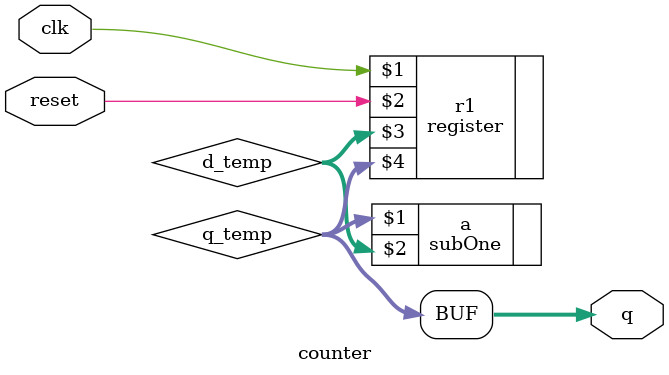
<source format=v>
`include "register.v"
`include "subOne.v"
module counter(
    input wire clk, reset,
    output wire [3:0] q
);

wire [3:0] d_temp, q_temp;
register r1(clk, reset, d_temp, q_temp);
subOne a(q_temp, d_temp);

assign q = q_temp;

endmodule
</source>
